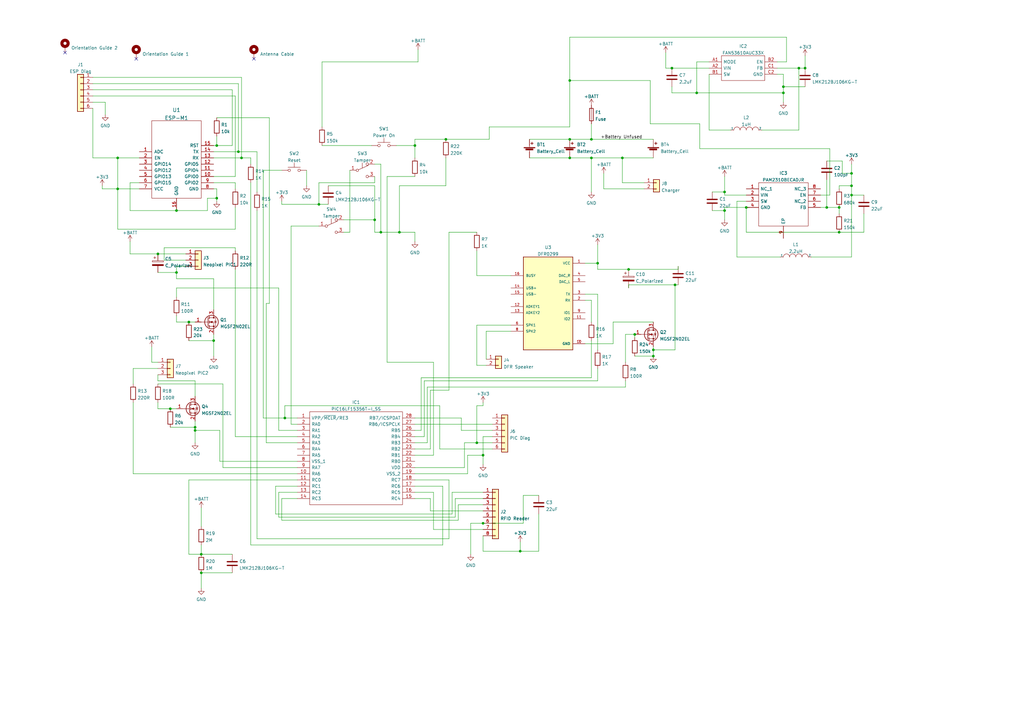
<source format=kicad_sch>
(kicad_sch (version 20211123) (generator eeschema)
  (paper "A3")
  (junction (at 349.25 76.2))
  (junction (at 255.27 64.77))
  (junction (at 321.31 38.1))
  (junction (at 198.12 186.69))
  (junction (at 97.79 62.23))
  (junction (at 99.06 64.77))
  (junction (at 153.67 90.17))
  (junction (at 163.83 95.25))
  (junction (at 321.31 35.56))
  (junction (at 330.2 27.94))
  (junction (at 213.36 226.06))
  (junction (at 88.9 81.28))
  (junction (at 82.55 227.33))
  (junction (at 170.18 59.69))
  (junction (at 344.17 85.09))
  (junction (at 80.01 175.26))
  (junction (at 242.57 64.77))
  (junction (at 77.47 132.08))
  (junction (at 72.39 86.36))
  (junction (at 233.68 33.02))
  (junction (at 349.25 71.12))
  (junction (at 285.75 38.1))
  (junction (at 306.07 85.09))
  (junction (at 80.01 176.53))
  (junction (at 297.18 78.74))
  (junction (at 116.84 171.45))
  (junction (at 349.25 80.01))
  (junction (at 257.81 110.49))
  (junction (at 344.17 95.25))
  (junction (at 327.66 27.94))
  (junction (at 260.35 137.16))
  (junction (at 242.57 57.15))
  (junction (at 267.97 143.51))
  (junction (at 276.86 116.84))
  (junction (at 88.9 59.69))
  (junction (at 48.26 77.47))
  (junction (at 156.21 95.25))
  (junction (at 182.88 57.15))
  (junction (at 233.68 57.15))
  (junction (at 275.59 27.94))
  (junction (at 82.55 234.95))
  (junction (at 69.85 167.64))
  (junction (at 339.09 85.09))
  (junction (at 245.11 107.95))
  (junction (at 297.18 86.36))
  (junction (at 72.39 111.76))
  (junction (at 195.58 181.61))
  (junction (at 64.77 104.14))
  (junction (at 48.26 64.77))
  (junction (at 87.63 139.7))
  (junction (at 233.68 64.77))
  (junction (at 198.12 214.63))
  (junction (at 130.81 83.82))
  (junction (at 267.97 146.05))
  (no_connect (at 26.67 21.59))
  (no_connect (at 55.88 24.13))
  (no_connect (at 104.14 24.13))
  (wire (pts (xy 349.25 105.41) (xy 349.25 80.01)))
  (wire (pts (xy 187.96 213.36) (xy 115.57 213.36)))
  (wire (pts (xy 336.55 85.09) (xy 339.09 85.09)))
  (wire (pts (xy 312.42 53.34) (xy 327.66 53.34)))
  (wire (pts (xy 67.31 106.68) (xy 76.2 106.68)))
  (wire (pts (xy 195.58 166.37) (xy 198.12 166.37)))
  (wire (pts (xy 242.57 50.8) (xy 242.57 57.15)))
  (wire (pts (xy 38.1 41.91) (xy 43.18 41.91)))
  (wire (pts (xy 85.09 81.28) (xy 85.09 86.36)))
  (wire (pts (xy 153.67 90.17) (xy 153.67 95.25)))
  (wire (pts (xy 321.31 30.48) (xy 321.31 35.56)))
  (wire (pts (xy 199.39 149.86) (xy 195.58 149.86)))
  (wire (pts (xy 257.81 116.84) (xy 257.81 118.11)))
  (wire (pts (xy 186.69 204.47) (xy 186.69 212.09)))
  (wire (pts (xy 327.66 27.94) (xy 330.2 27.94)))
  (wire (pts (xy 290.83 53.34) (xy 299.72 53.34)))
  (wire (pts (xy 306.07 85.09) (xy 297.18 85.09)))
  (wire (pts (xy 242.57 64.77) (xy 255.27 64.77)))
  (wire (pts (xy 77.47 139.7) (xy 87.63 139.7)))
  (wire (pts (xy 72.39 111.76) (xy 72.39 109.22)))
  (wire (pts (xy 195.58 95.25) (xy 184.15 95.25)))
  (wire (pts (xy 173.99 156.21) (xy 173.99 179.07)))
  (wire (pts (xy 170.18 181.61) (xy 175.26 181.61)))
  (wire (pts (xy 110.49 48.26) (xy 110.49 124.46)))
  (wire (pts (xy 307.34 85.09) (xy 306.07 85.09)))
  (wire (pts (xy 96.52 179.07) (xy 121.92 179.07)))
  (wire (pts (xy 260.35 146.05) (xy 267.97 146.05)))
  (wire (pts (xy 102.87 64.77) (xy 99.06 64.77)))
  (wire (pts (xy 119.38 173.99) (xy 121.92 173.99)))
  (wire (pts (xy 302.26 82.55) (xy 302.26 105.41)))
  (wire (pts (xy 64.77 157.48) (xy 91.44 157.48)))
  (wire (pts (xy 107.95 69.85) (xy 115.57 69.85)))
  (wire (pts (xy 85.09 86.36) (xy 72.39 86.36)))
  (wire (pts (xy 72.39 109.22) (xy 76.2 109.22)))
  (wire (pts (xy 143.51 69.85) (xy 143.51 95.25)))
  (wire (pts (xy 242.57 123.19) (xy 242.57 132.08)))
  (wire (pts (xy 257.81 116.84) (xy 276.86 116.84)))
  (wire (pts (xy 185.42 210.82) (xy 113.03 210.82)))
  (wire (pts (xy 344.17 95.25) (xy 306.07 95.25)))
  (wire (pts (xy 187.96 207.01) (xy 187.96 213.36)))
  (wire (pts (xy 114.3 118.11) (xy 114.3 176.53)))
  (wire (pts (xy 53.34 104.14) (xy 53.34 99.06)))
  (wire (pts (xy 233.68 64.77) (xy 242.57 64.77)))
  (wire (pts (xy 91.44 157.48) (xy 91.44 191.77)))
  (wire (pts (xy 354.33 95.25) (xy 344.17 95.25)))
  (wire (pts (xy 87.63 127) (xy 87.63 114.3)))
  (wire (pts (xy 38.1 64.77) (xy 48.26 64.77)))
  (wire (pts (xy 62.23 148.59) (xy 62.23 142.24)))
  (wire (pts (xy 87.63 74.93) (xy 96.52 74.93)))
  (wire (pts (xy 80.01 172.72) (xy 80.01 175.26)))
  (wire (pts (xy 163.83 76.2) (xy 163.83 95.25)))
  (wire (pts (xy 97.79 34.29) (xy 97.79 62.23)))
  (wire (pts (xy 153.67 67.31) (xy 156.21 67.31)))
  (wire (pts (xy 240.03 120.65) (xy 245.11 120.65)))
  (wire (pts (xy 82.55 208.28) (xy 82.55 215.9)))
  (wire (pts (xy 339.09 66.04) (xy 345.44 66.04)))
  (wire (pts (xy 233.68 52.07) (xy 233.68 33.02)))
  (wire (pts (xy 54.61 194.31) (xy 121.92 194.31)))
  (wire (pts (xy 88.9 81.28) (xy 85.09 81.28)))
  (wire (pts (xy 344.17 77.47) (xy 344.17 76.2)))
  (wire (pts (xy 195.58 133.35) (xy 209.55 133.35)))
  (wire (pts (xy 190.5 181.61) (xy 190.5 191.77)))
  (wire (pts (xy 115.57 204.47) (xy 121.92 204.47)))
  (wire (pts (xy 170.18 171.45) (xy 189.23 171.45)))
  (wire (pts (xy 170.18 59.69) (xy 170.18 64.77)))
  (wire (pts (xy 64.77 148.59) (xy 62.23 148.59)))
  (wire (pts (xy 64.77 167.64) (xy 69.85 167.64)))
  (wire (pts (xy 80.01 156.21) (xy 64.77 156.21)))
  (wire (pts (xy 48.26 77.47) (xy 41.91 77.47)))
  (wire (pts (xy 72.39 129.54) (xy 72.39 132.08)))
  (wire (pts (xy 176.53 209.55) (xy 198.12 209.55)))
  (wire (pts (xy 256.54 158.75) (xy 175.26 158.75)))
  (wire (pts (xy 322.58 25.4) (xy 318.77 25.4)))
  (wire (pts (xy 292.1 86.36) (xy 297.18 86.36)))
  (wire (pts (xy 340.36 60.96) (xy 340.36 80.01)))
  (wire (pts (xy 102.87 223.52) (xy 181.61 223.52)))
  (wire (pts (xy 172.72 154.94) (xy 172.72 176.53)))
  (wire (pts (xy 181.61 223.52) (xy 181.61 199.39)))
  (wire (pts (xy 245.11 110.49) (xy 245.11 107.95)))
  (wire (pts (xy 170.18 173.99) (xy 201.93 173.99)))
  (wire (pts (xy 38.1 34.29) (xy 97.79 34.29)))
  (wire (pts (xy 107.95 69.85) (xy 107.95 171.45)))
  (wire (pts (xy 255.27 74.93) (xy 255.27 64.77)))
  (wire (pts (xy 339.09 85.09) (xy 344.17 85.09)))
  (wire (pts (xy 48.26 93.98) (xy 48.26 77.47)))
  (wire (pts (xy 119.38 92.71) (xy 130.81 92.71)))
  (wire (pts (xy 306.07 95.25) (xy 306.07 85.09)))
  (wire (pts (xy 302.26 105.41) (xy 320.04 105.41)))
  (wire (pts (xy 184.15 196.85) (xy 170.18 196.85)))
  (wire (pts (xy 69.85 175.26) (xy 80.01 175.26)))
  (wire (pts (xy 340.36 80.01) (xy 336.55 80.01)))
  (wire (pts (xy 198.12 207.01) (xy 187.96 207.01)))
  (wire (pts (xy 256.54 156.21) (xy 256.54 158.75)))
  (wire (pts (xy 96.52 74.93) (xy 96.52 77.47)))
  (wire (pts (xy 88.9 81.28) (xy 88.9 82.55)))
  (wire (pts (xy 48.26 64.77) (xy 48.26 77.47)))
  (wire (pts (xy 77.47 196.85) (xy 121.92 196.85)))
  (wire (pts (xy 198.12 166.37) (xy 198.12 165.1)))
  (wire (pts (xy 163.83 95.25) (xy 170.18 95.25)))
  (wire (pts (xy 245.11 156.21) (xy 173.99 156.21)))
  (wire (pts (xy 275.59 27.94) (xy 273.05 27.94)))
  (wire (pts (xy 132.08 25.4) (xy 132.08 52.07)))
  (wire (pts (xy 48.26 77.47) (xy 57.15 77.47)))
  (wire (pts (xy 190.5 191.77) (xy 170.18 191.77)))
  (wire (pts (xy 191.77 194.31) (xy 170.18 194.31)))
  (wire (pts (xy 114.3 201.93) (xy 121.92 201.93)))
  (wire (pts (xy 105.41 62.23) (xy 97.79 62.23)))
  (wire (pts (xy 297.18 86.36) (xy 297.18 90.17)))
  (wire (pts (xy 170.18 179.07) (xy 173.99 179.07)))
  (wire (pts (xy 102.87 64.77) (xy 102.87 67.31)))
  (wire (pts (xy 115.57 83.82) (xy 130.81 83.82)))
  (wire (pts (xy 115.57 213.36) (xy 115.57 204.47)))
  (wire (pts (xy 233.68 33.02) (xy 233.68 15.24)))
  (wire (pts (xy 96.52 72.39) (xy 87.63 72.39)))
  (wire (pts (xy 251.46 132.08) (xy 267.97 132.08)))
  (wire (pts (xy 170.18 72.39) (xy 158.75 72.39)))
  (wire (pts (xy 48.26 64.77) (xy 57.15 64.77)))
  (wire (pts (xy 201.93 181.61) (xy 195.58 181.61)))
  (wire (pts (xy 105.41 220.98) (xy 184.15 220.98)))
  (wire (pts (xy 257.81 110.49) (xy 278.13 110.49)))
  (wire (pts (xy 344.17 85.09) (xy 344.17 87.63)))
  (wire (pts (xy 134.62 76.2) (xy 153.67 76.2)))
  (wire (pts (xy 349.25 80.01) (xy 354.33 80.01)))
  (wire (pts (xy 170.18 199.39) (xy 181.61 199.39)))
  (wire (pts (xy 349.25 76.2) (xy 349.25 71.12)))
  (wire (pts (xy 195.58 113.03) (xy 195.58 102.87)))
  (wire (pts (xy 345.44 71.12) (xy 349.25 71.12)))
  (wire (pts (xy 201.93 184.15) (xy 180.34 184.15)))
  (wire (pts (xy 198.12 217.17) (xy 177.8 217.17)))
  (wire (pts (xy 64.77 104.14) (xy 76.2 104.14)))
  (wire (pts (xy 345.44 66.04) (xy 345.44 71.12)))
  (wire (pts (xy 88.9 77.47) (xy 88.9 81.28)))
  (wire (pts (xy 297.18 78.74) (xy 297.18 72.39)))
  (wire (pts (xy 38.1 39.37) (xy 96.52 39.37)))
  (wire (pts (xy 87.63 137.16) (xy 87.63 139.7)))
  (wire (pts (xy 38.1 31.75) (xy 99.06 31.75)))
  (wire (pts (xy 290.83 25.4) (xy 285.75 25.4)))
  (wire (pts (xy 95.25 59.69) (xy 88.9 59.69)))
  (wire (pts (xy 82.55 227.33) (xy 95.25 227.33)))
  (wire (pts (xy 113.03 210.82) (xy 113.03 199.39)))
  (wire (pts (xy 87.63 114.3) (xy 72.39 114.3)))
  (wire (pts (xy 332.74 105.41) (xy 349.25 105.41)))
  (wire (pts (xy 130.81 74.93) (xy 130.81 83.82)))
  (wire (pts (xy 195.58 149.86) (xy 195.58 133.35)))
  (wire (pts (xy 72.39 118.11) (xy 114.3 118.11)))
  (wire (pts (xy 220.98 203.2) (xy 214.63 203.2)))
  (wire (pts (xy 53.34 104.14) (xy 64.77 104.14)))
  (wire (pts (xy 115.57 82.55) (xy 115.57 83.82)))
  (wire (pts (xy 198.12 186.69) (xy 198.12 190.5)))
  (wire (pts (xy 105.41 86.36) (xy 105.41 220.98)))
  (wire (pts (xy 87.63 139.7) (xy 87.63 146.05)))
  (wire (pts (xy 110.49 48.26) (xy 88.9 48.26)))
  (wire (pts (xy 177.8 217.17) (xy 177.8 201.93)))
  (wire (pts (xy 156.21 95.25) (xy 163.83 95.25)))
  (wire (pts (xy 116.84 166.37) (xy 116.84 171.45)))
  (wire (pts (xy 64.77 165.1) (xy 64.77 167.64)))
  (wire (pts (xy 242.57 64.77) (xy 242.57 78.74)))
  (wire (pts (xy 267.97 142.24) (xy 267.97 143.51)))
  (wire (pts (xy 99.06 31.75) (xy 99.06 64.77)))
  (wire (pts (xy 69.85 167.64) (xy 72.39 167.64)))
  (wire (pts (xy 349.25 71.12) (xy 349.25 67.31)))
  (wire (pts (xy 177.8 186.69) (xy 170.18 186.69)))
  (wire (pts (xy 87.63 77.47) (xy 88.9 77.47)))
  (wire (pts (xy 67.31 101.6) (xy 67.31 106.68)))
  (wire (pts (xy 176.53 204.47) (xy 170.18 204.47)))
  (wire (pts (xy 322.58 15.24) (xy 322.58 25.4)))
  (wire (pts (xy 96.52 39.37) (xy 96.52 72.39)))
  (wire (pts (xy 121.92 189.23) (xy 90.17 189.23)))
  (wire (pts (xy 198.12 204.47) (xy 186.69 204.47)))
  (wire (pts (xy 339.09 73.66) (xy 339.09 85.09)))
  (wire (pts (xy 285.75 25.4) (xy 285.75 38.1)))
  (wire (pts (xy 297.18 85.09) (xy 297.18 86.36)))
  (wire (pts (xy 199.39 147.32) (xy 199.39 135.89)))
  (wire (pts (xy 195.58 181.61) (xy 190.5 181.61)))
  (wire (pts (xy 132.08 25.4) (xy 171.45 25.4)))
  (wire (pts (xy 189.23 176.53) (xy 201.93 176.53)))
  (wire (pts (xy 172.72 176.53) (xy 170.18 176.53)))
  (wire (pts (xy 287.02 50.8) (xy 287.02 60.96)))
  (wire (pts (xy 321.31 38.1) (xy 321.31 41.91)))
  (wire (pts (xy 290.83 27.94) (xy 275.59 27.94)))
  (wire (pts (xy 119.38 92.71) (xy 119.38 173.99)))
  (wire (pts (xy 214.63 203.2) (xy 214.63 214.63)))
  (wire (pts (xy 80.01 175.26) (xy 80.01 176.53)))
  (wire (pts (xy 297.18 80.01) (xy 297.18 78.74)))
  (wire (pts (xy 153.67 72.39) (xy 153.67 74.93)))
  (wire (pts (xy 38.1 44.45) (xy 38.1 64.77)))
  (wire (pts (xy 132.08 59.69) (xy 152.4 59.69)))
  (wire (pts (xy 193.04 214.63) (xy 193.04 227.33)))
  (wire (pts (xy 82.55 234.95) (xy 95.25 234.95)))
  (wire (pts (xy 90.17 189.23) (xy 90.17 176.53)))
  (wire (pts (xy 199.39 135.89) (xy 209.55 135.89)))
  (wire (pts (xy 109.22 181.61) (xy 121.92 181.61)))
  (wire (pts (xy 321.31 35.56) (xy 321.31 38.1)))
  (wire (pts (xy 201.93 179.07) (xy 198.12 179.07)))
  (wire (pts (xy 158.75 148.59) (xy 177.8 148.59)))
  (wire (pts (xy 82.55 223.52) (xy 82.55 227.33)))
  (wire (pts (xy 220.98 210.82) (xy 220.98 226.06)))
  (wire (pts (xy 245.11 151.13) (xy 245.11 156.21)))
  (wire (pts (xy 242.57 139.7) (xy 242.57 154.94)))
  (wire (pts (xy 242.57 57.15) (xy 267.97 57.15)))
  (wire (pts (xy 264.16 77.47) (xy 247.65 77.47)))
  (wire (pts (xy 114.3 212.09) (xy 114.3 201.93)))
  (wire (pts (xy 195.58 181.61) (xy 195.58 166.37)))
  (wire (pts (xy 82.55 234.95) (xy 82.55 241.3)))
  (wire (pts (xy 185.42 201.93) (xy 185.42 210.82)))
  (wire (pts (xy 170.18 95.25) (xy 170.18 99.06)))
  (wire (pts (xy 245.11 120.65) (xy 245.11 143.51)))
  (wire (pts (xy 54.61 151.13) (xy 64.77 151.13)))
  (wire (pts (xy 140.97 90.17) (xy 153.67 90.17)))
  (wire (pts (xy 292.1 78.74) (xy 297.18 78.74)))
  (wire (pts (xy 276.86 116.84) (xy 276.86 143.51)))
  (wire (pts (xy 64.77 156.21) (xy 64.77 153.67)))
  (wire (pts (xy 257.81 110.49) (xy 245.11 110.49)))
  (wire (pts (xy 176.53 209.55) (xy 176.53 204.47)))
  (wire (pts (xy 96.52 101.6) (xy 96.52 102.87)))
  (wire (pts (xy 191.77 186.69) (xy 191.77 194.31)))
  (wire (pts (xy 198.12 226.06) (xy 213.36 226.06)))
  (wire (pts (xy 276.86 116.84) (xy 278.13 116.84)))
  (wire (pts (xy 80.01 162.56) (xy 80.01 156.21)))
  (wire (pts (xy 182.88 76.2) (xy 163.83 76.2)))
  (wire (pts (xy 278.13 110.49) (xy 278.13 109.22)))
  (wire (pts (xy 275.59 35.56) (xy 275.59 38.1)))
  (wire (pts (xy 189.23 171.45) (xy 189.23 176.53)))
  (wire (pts (xy 96.52 101.6) (xy 67.31 101.6)))
  (wire (pts (xy 170.18 201.93) (xy 177.8 201.93)))
  (wire (pts (xy 200.66 52.07) (xy 233.68 52.07)))
  (wire (pts (xy 184.15 160.02) (xy 176.53 160.02)))
  (wire (pts (xy 182.88 64.77) (xy 182.88 76.2)))
  (wire (pts (xy 96.52 93.98) (xy 48.26 93.98)))
  (wire (pts (xy 153.67 95.25) (xy 156.21 95.25)))
  (wire (pts (xy 327.66 53.34) (xy 327.66 27.94)))
  (wire (pts (xy 180.34 184.15) (xy 180.34 166.37)))
  (wire (pts (xy 72.39 132.08) (xy 77.47 132.08)))
  (wire (pts (xy 153.67 76.2) (xy 153.67 90.17)))
  (wire (pts (xy 247.65 71.12) (xy 247.65 77.47)))
  (wire (pts (xy 158.75 72.39) (xy 158.75 148.59)))
  (wire (pts (xy 171.45 20.32) (xy 171.45 25.4)))
  (wire (pts (xy 170.18 57.15) (xy 182.88 57.15)))
  (wire (pts (xy 256.54 148.59) (xy 256.54 137.16)))
  (wire (pts (xy 198.12 214.63) (xy 214.63 214.63)))
  (wire (pts (xy 114.3 176.53) (xy 121.92 176.53)))
  (wire (pts (xy 95.25 36.83) (xy 95.25 59.69)))
  (wire (pts (xy 180.34 166.37) (xy 116.84 166.37)))
  (wire (pts (xy 162.56 59.69) (xy 170.18 59.69)))
  (wire (pts (xy 264.16 74.93) (xy 255.27 74.93)))
  (wire (pts (xy 273.05 27.94) (xy 273.05 21.59)))
  (wire (pts (xy 96.52 85.09) (xy 96.52 93.98)))
  (wire (pts (xy 72.39 121.92) (xy 72.39 118.11)))
  (wire (pts (xy 321.31 35.56) (xy 330.2 35.56)))
  (wire (pts (xy 176.53 184.15) (xy 170.18 184.15)))
  (wire (pts (xy 99.06 64.77) (xy 87.63 64.77)))
  (wire (pts (xy 240.03 123.19) (xy 242.57 123.19)))
  (wire (pts (xy 344.17 76.2) (xy 349.25 76.2)))
  (wire (pts (xy 198.12 201.93) (xy 185.42 201.93)))
  (wire (pts (xy 198.12 186.69) (xy 191.77 186.69)))
  (wire (pts (xy 349.25 80.01) (xy 349.25 76.2)))
  (wire (pts (xy 198.12 179.07) (xy 198.12 186.69)))
  (wire (pts (xy 41.91 77.47) (xy 41.91 76.2)))
  (wire (pts (xy 54.61 157.48) (xy 54.61 151.13)))
  (wire (pts (xy 233.68 33.02) (xy 266.7 33.02)))
  (wire (pts (xy 43.18 41.91) (xy 43.18 46.99)))
  (wire (pts (xy 80.01 176.53) (xy 80.01 181.61)))
  (wire (pts (xy 153.67 74.93) (xy 130.81 74.93)))
  (wire (pts (xy 53.34 74.93) (xy 53.34 86.36)))
  (wire (pts (xy 242.57 154.94) (xy 172.72 154.94)))
  (wire (pts (xy 287.02 60.96) (xy 340.36 60.96)))
  (wire (pts (xy 102.87 74.93) (xy 102.87 223.52)))
  (wire (pts (xy 88.9 55.88) (xy 88.9 59.69)))
  (wire (pts (xy 186.69 212.09) (xy 114.3 212.09)))
  (wire (pts (xy 91.44 191.77) (xy 121.92 191.77)))
  (wire (pts (xy 156.21 67.31) (xy 156.21 95.25)))
  (wire (pts (xy 267.97 143.51) (xy 267.97 146.05)))
  (wire (pts (xy 90.17 176.53) (xy 80.01 176.53)))
  (wire (pts (xy 251.46 140.97) (xy 251.46 132.08)))
  (wire (pts (xy 57.15 74.93) (xy 53.34 74.93)))
  (wire (pts (xy 72.39 114.3) (xy 72.39 111.76)))
  (wire (pts (xy 116.84 171.45) (xy 121.92 171.45)))
  (wire (pts (xy 220.98 226.06) (xy 213.36 226.06)))
  (wire (pts (xy 276.86 143.51) (xy 267.97 143.51)))
  (wire (pts (xy 233.68 57.15) (xy 242.57 57.15)))
  (wire (pts (xy 275.59 38.1) (xy 285.75 38.1)))
  (wire (pts (xy 198.12 219.71) (xy 198.12 226.06)))
  (wire (pts (xy 77.47 132.08) (xy 80.01 132.08)))
  (wire (pts (xy 266.7 33.02) (xy 266.7 50.8)))
  (wire (pts (xy 217.17 64.77) (xy 233.68 64.77)))
  (wire (pts (xy 184.15 95.25) (xy 184.15 160.02)))
  (wire (pts (xy 88.9 59.69) (xy 87.63 59.69)))
  (wire (pts (xy 195.58 113.03) (xy 209.55 113.03)))
  (wire (pts (xy 233.68 15.24) (xy 322.58 15.24)))
  (wire (pts (xy 182.88 57.15) (xy 200.66 57.15)))
  (wire (pts (xy 130.81 83.82) (xy 134.62 83.82)))
  (wire (pts (xy 184.15 220.98) (xy 184.15 196.85)))
  (wire (pts (xy 306.07 82.55) (xy 302.26 82.55)))
  (wire (pts (xy 318.77 27.94) (xy 327.66 27.94)))
  (wire (pts (xy 290.83 30.48) (xy 290.83 53.34)))
  (wire (pts (xy 306.07 80.01) (xy 297.18 80.01)))
  (wire (pts (xy 82.55 227.33) (xy 77.47 227.33)))
  (wire (pts (xy 198.12 214.63) (xy 193.04 214.63)))
  (wire (pts (xy 330.2 27.94) (xy 330.2 22.86)))
  (wire (pts (xy 285.75 38.1) (xy 321.31 38.1)))
  (wire (pts (xy 176.53 160.02) (xy 176.53 184.15)))
  (wire (pts (xy 143.51 95.25) (xy 140.97 95.25)))
  (wire (pts (xy 38.1 36.83) (xy 95.25 36.83)))
  (wire (pts (xy 105.41 62.23) (xy 105.41 78.74)))
  (wire (pts (xy 213.36 222.25) (xy 213.36 226.06)))
  (wire (pts (xy 245.11 107.95) (xy 240.03 107.95)))
  (wire (pts (xy 107.95 171.45) (xy 116.84 171.45)))
  (wire (pts (xy 177.8 148.59) (xy 177.8 186.69)))
  (wire (pts (xy 354.33 87.63) (xy 354.33 95.25)))
  (wire (pts (xy 113.03 199.39) (xy 121.92 199.39)))
  (wire (pts (xy 109.22 124.46) (xy 109.22 181.61)))
  (wire (pts (xy 245.11 100.33) (xy 245.11 107.95)))
  (wire (pts (xy 96.52 110.49) (xy 96.52 179.07)))
  (wire (pts (xy 200.66 57.15) (xy 200.66 52.07)))
  (wire (pts (xy 53.34 86.36) (xy 72.39 86.36)))
  (wire (pts (xy 64.77 111.76) (xy 72.39 111.76)))
  (wire (pts (xy 125.73 69.85) (xy 125.73 76.2)))
  (wire (pts (xy 175.26 158.75) (xy 175.26 181.61)))
  (wire (pts (xy 266.7 50.8) (xy 287.02 50.8)))
  (wire (pts (xy 170.18 57.15) (xy 170.18 59.69)))
  (wire (pts (xy 255.27 64.77) (xy 267.97 64.77)))
  (wire (pts (xy 251.46 140.97) (xy 240.03 140.97)))
  (wire (pts (xy 260.35 138.43) (xy 260.35 137.16)))
  (wire (pts (xy 97.79 62.23) (xy 87.63 62.23)))
  (wire (pts (xy 110.49 124.46) (xy 109.22 124.46)))
  (wire (pts (xy 77.47 227.33) (xy 77.47 196.85)))
  (wire (pts (xy 256.54 137.16) (xy 260.35 137.16)))
  (wire (pts (xy 54.61 165.1) (xy 54.61 194.31)))
  (wire (pts (xy 318.77 30.48) (xy 321.31 30.48)))
  (wire (pts (xy 217.17 57.15) (xy 233.68 57.15)))
  (label "+Battery Unfused" (at 246.38 57.15 0))
  (symbol (lib_id "Mechanical:MountingHole_Pad") (at 55.88 21.59 0) (unit 1)
    (property "Reference" "H2" (effects hide))
    (property "Value" "Orientation Guide 1" (at 58.42 22.1866 0) (effects (justify left)))
    (property "Footprint" "MountingHole:MountingHole_3.2mm_M3_DIN965" (effects hide))
  )
  (symbol (lib_id "Device:R") (at 88.9 52.07 0) (unit 1)
    (property "Reference" "R1" (at 90.678 51.1615 0) (effects (justify left)))
    (property "Value" "10k" (at 90.678 53.9366 0) (effects (justify left)))
    (property "Footprint" "Resistor_SMD:R_0603_1608Metric" (effects hide))
  )
  (symbol (lib_id "SamacSys_Parts:FAN53610AUC33X") (at 290.83 25.4 0) (unit 1)
    (property "Reference" "IC2" (at 304.8 18.9443 0))
    (property "Value" "FAN53610AUC33X" (at 304.8 21.7194 0))
    (property "Footprint" "BGA6C40P2X3_86X116X62" (effects hide))
    (property "Datasheet" "https://www.onsemi.com/pub/Collateral/FAN53610-D.pdf" (effects hide))
    (property "Description" "Switching Voltage Regulators 3MHz, 1A Sync Buck Regulator" (effects hide))
    (property "Height" "0.625" (effects hide))
    (property "Mouser Part Number" "512-FAN53610AUC33X" (effects hide))
    (property "Mouser Price/Stock" "https://www.mouser.co.uk/ProductDetail/ON-Semiconductor-Fairchild/FAN53610AUC33X?qs=g6T3zOPhKMDb0u%252B%252BoMr5xw%3D%3D" (effects hide))
    (property "Manufacturer_Name" "ON Semiconductor" (effects hide))
    (property "Manufacturer_Part_Number" "FAN53610AUC33X" (effects hide))
  )
  (symbol (lib_id "MJT general stuff:MGSF2N02EL") (at 265.43 137.16 0) (unit 1)
    (property "Reference" "Q2" (at 270.637 136.2515 0) (effects (justify left)))
    (property "Value" "MGSF2N02EL" (at 270.637 139.0266 0) (effects (justify left)))
    (property "Footprint" "Package_TO_SOT_SMD:SOT-23" (effects hide))
    (property "Datasheet" "https://www.mouser.co.uk/datasheet/2/308/1/MGSF2N02EL_D-2315656.pdf" (effects hide))
  )
  (symbol (lib_id "Mechanical:MountingHole_Pad") (at 104.14 21.59 0) (unit 1)
    (property "Reference" "H3" (effects hide))
    (property "Value" "Antenna Cable" (at 106.68 22.1866 0) (effects (justify left)))
    (property "Footprint" "MountingHole:MountingHole_3.7mm" (effects hide))
  )
  (symbol (lib_id "power:+BATT") (at 82.55 208.28 0) (unit 1)
    (property "Reference" "#PWR0123" (effects hide))
    (property "Value" "+BATT" (at 82.55 204.6755 0))
  )
  (symbol (lib_id "Connector_Generic:Conn_01x02") (at 269.24 74.93 0) (unit 1)
    (property "Reference" "J8" (at 271.272 75.2915 0) (effects (justify left)))
    (property "Value" "Charger" (at 271.272 78.0666 0) (effects (justify left)))
    (property "Footprint" "Connector_JST:JST_PH_B2B-PH-K_1x02_P2.00mm_Vertical" (effects hide))
  )
  (symbol (lib_id "Device:Battery_Cell") (at 233.68 62.23 0) (unit 1)
    (property "Reference" "BT2" (at 236.601 59.2895 0) (effects (justify left)))
    (property "Value" "Battery_Cell" (at 236.601 62.0646 0) (effects (justify left)))
    (property "Footprint" "MJT-General:BatteryHolder_1x18650_TH" (effects hide))
  )
  (symbol (lib_id "power:GND") (at 82.55 241.3 0) (unit 1)
    (property "Reference" "#PWR0124" (effects hide))
    (property "Value" "GND" (at 82.55 245.8625 0))
  )
  (symbol (lib_id "Device:Battery_Cell") (at 217.17 62.23 0) (unit 1)
    (property "Reference" "BT1" (at 220.091 59.2895 0) (effects (justify left)))
    (property "Value" "Battery_Cell" (at 220.091 62.0646 0) (effects (justify left)))
    (property "Footprint" "MJT-General:BatteryHolder_1x18650_TH" (effects hide))
  )
  (symbol (lib_id "Device:C") (at 278.13 113.03 0) (unit 1)
    (property "Reference" "C11" (at 281.051 112.1215 0) (effects (justify left)))
    (property "Value" "22uF" (at 281.051 114.8966 0) (effects (justify left)))
    (property "Footprint" "Capacitor_SMD:C_0805_2012Metric" (effects hide))
  )
  (symbol (lib_id "Connector_Generic:Conn_01x08") (at 203.2 209.55 0) (unit 1)
    (property "Reference" "J2" (at 205.232 209.9115 0) (effects (justify left)))
    (property "Value" "RFID Reader" (at 205.232 212.6866 0) (effects (justify left)))
    (property "Footprint" "Connector_PinHeader_2.54mm:PinHeader_1x08_P2.54mm_Vertical" (effects hide))
  )
  (symbol (lib_id "power:+3.3V") (at 41.91 76.2 0) (unit 1)
    (property "Reference" "#PWR0104" (effects hide))
    (property "Value" "+3.3V" (at 41.91 72.5955 0))
  )
  (symbol (lib_id "power:+3.3V") (at 330.2 22.86 0) (unit 1)
    (property "Reference" "#PWR0129" (effects hide))
    (property "Value" "+3.3V" (at 330.2 19.2555 0))
  )
  (symbol (lib_id "Device:R") (at 69.85 171.45 0) (unit 1)
    (property "Reference" "R6" (at 71.628 170.5415 0) (effects (justify left)))
    (property "Value" "20k" (at 71.628 173.3166 0) (effects (justify left)))
    (property "Footprint" "Resistor_SMD:R_0603_1608Metric" (effects hide))
  )
  (symbol (lib_id "Device:R") (at 182.88 60.96 0) (unit 1)
    (property "Reference" "R22" (at 184.658 60.0515 0) (effects (justify left)))
    (property "Value" "220K" (at 184.658 62.8266 0) (effects (justify left)))
    (property "Footprint" "Resistor_SMD:R_0603_1608Metric" (effects hide))
  )
  (symbol (lib_id "Switch:SW_Push_SPDT") (at 148.59 69.85 0) (unit 1)
    (property "Reference" "SW3" (at 148.59 62.9625 0))
    (property "Value" "Tamper" (at 148.59 65.7376 0))
    (property "Footprint" "MJT-General:Microswitch TH" (effects hide))
  )
  (symbol (lib_id "pspice:INDUCTOR") (at 326.39 105.41 0) (unit 1)
    (property "Reference" "L1" (at 326.39 100.3005 0))
    (property "Value" "2.2uH" (at 326.39 103.0756 0))
    (property "Footprint" "SamacSys_Parts:INDPM7466X300N" (effects hide))
    (property "Datasheet" "https://www.mouser.co.uk/datasheet/2/396/wound10_e-1396630.pdf" (effects hide))
  )
  (symbol (lib_id "Device:R") (at 72.39 125.73 0) (unit 1)
    (property "Reference" "R11" (at 74.168 124.8215 0) (effects (justify left)))
    (property "Value" "100R" (at 74.168 127.5966 0) (effects (justify left)))
    (property "Footprint" "Resistor_SMD:R_0603_1608Metric" (effects hide))
  )
  (symbol (lib_id "Mechanical:MountingHole_Pad") (at 26.67 19.05 0) (unit 1)
    (property "Reference" "H1" (effects hide))
    (property "Value" "Orientation Guide 2" (at 29.21 19.6466 0) (effects (justify left)))
    (property "Footprint" "MountingHole:MountingHole_3.2mm_M3_DIN965" (effects hide))
  )
  (symbol (lib_id "Connector_Generic:Conn_01x02") (at 204.47 147.32 0) (unit 1)
    (property "Reference" "J4" (at 206.502 147.6815 0) (effects (justify left)))
    (property "Value" "DFR Speaker" (at 206.502 150.4566 0) (effects (justify left)))
    (property "Footprint" "Connector_JST:JST_PH_B2B-PH-K_1x02_P2.00mm_Vertical" (effects hide))
  )
  (symbol (lib_id "Switch:SW_Push") (at 120.65 69.85 0) (unit 1)
    (property "Reference" "SW2" (at 120.65 62.9625 0))
    (property "Value" "Reset" (at 120.65 65.7376 0))
    (property "Footprint" "MJT-General:SW_DIP_SPSTx01_Piano_10.8x4.1mm_W7.62mm_P2.54mm" (effects hide))
  )
  (symbol (lib_id "power:GND") (at 88.9 82.55 0) (unit 1)
    (property "Reference" "#PWR0114" (effects hide))
    (property "Value" "GND" (at 88.9 87.1125 0))
  )
  (symbol (lib_id "MJT general stuff:MGSF2N02EL") (at 85.09 132.08 0) (unit 1)
    (property "Reference" "Q1" (at 90.297 131.1715 0) (effects (justify left)))
    (property "Value" "MGSF2N02EL" (at 90.297 133.9466 0) (effects (justify left)))
    (property "Footprint" "Package_TO_SOT_SMD:SOT-23" (effects hide))
    (property "Datasheet" "https://www.mouser.co.uk/datasheet/2/308/1/MGSF2N02EL_D-2315656.pdf" (effects hide))
  )
  (symbol (lib_id "Device:R") (at 102.87 71.12 0) (unit 1)
    (property "Reference" "R14" (at 104.648 70.2115 0) (effects (justify left)))
    (property "Value" "1K" (at 104.648 72.9866 0) (effects (justify left)))
    (property "Footprint" "Resistor_SMD:R_0603_1608Metric" (effects hide))
  )
  (symbol (lib_id "Device:C_Polarized") (at 257.81 114.3 0) (unit 1)
    (property "Reference" "C10" (at 260.731 112.5025 0) (effects (justify left)))
    (property "Value" "C_Polarized" (at 260.731 115.2776 0) (effects (justify left)))
    (property "Footprint" "Capacitor_THT:CP_Radial_D8.0mm_P3.80mm" (effects hide))
  )
  (symbol (lib_id "power:+3.3V") (at 213.36 222.25 0) (unit 1)
    (property "Reference" "#PWR0113" (effects hide))
    (property "Value" "+3.3V" (at 213.36 218.6455 0))
  )
  (symbol (lib_id "Switch:SW_Push") (at 157.48 59.69 0) (unit 1)
    (property "Reference" "SW1" (at 157.48 52.8025 0))
    (property "Value" "Power On" (at 157.48 55.5776 0))
    (property "Footprint" "MJT-General:SW_DIP_SPSTx01_Piano_10.8x4.1mm_W7.62mm_P2.54mm" (effects hide))
  )
  (symbol (lib_id "Device:R") (at 344.17 91.44 0) (unit 1)
    (property "Reference" "R21" (at 345.948 90.5315 0) (effects (justify left)))
    (property "Value" "150k" (at 345.948 93.3066 0) (effects (justify left)))
    (property "Footprint" "Resistor_SMD:R_0603_1608Metric" (effects hide))
  )
  (symbol (lib_id "power:+BATT") (at 53.34 99.06 0) (unit 1)
    (property "Reference" "#PWR0101" (effects hide))
    (property "Value" "+BATT" (at 53.34 95.4555 0))
  )
  (symbol (lib_id "power:GND") (at 170.18 99.06 0) (unit 1)
    (property "Reference" "#PWR0112" (effects hide))
    (property "Value" "GND" (at 170.18 103.6225 0))
  )
  (symbol (lib_id "ESP8285:ESP-M1") (at 72.39 69.85 0) (unit 1)
    (property "Reference" "U1" (at 72.39 45.1261 0) (effects (font (size 1.524 1.524))))
    (property "Value" "ESP-M1" (at 72.39 48.4051 0) (effects (font (size 1.524 1.524))))
    (property "Footprint" "ESP:ESP-M1" (effects hide))
  )
  (symbol (lib_id "Device:R") (at 132.08 55.88 0) (unit 1)
    (property "Reference" "R5" (at 133.858 54.9715 0) (effects (justify left)))
    (property "Value" "150k" (at 133.858 57.7466 0) (effects (justify left)))
    (property "Footprint" "Resistor_SMD:R_0603_1608Metric" (effects hide))
  )
  (symbol (lib_id "Connector_Generic:Conn_01x06") (at 33.02 36.83 0) (mirror y) (unit 1)
    (property "Reference" "J1" (at 33.02 26.5135 0))
    (property "Value" "ESP Diag" (at 33.02 29.2886 0))
    (property "Footprint" "Connector_PinHeader_2.54mm:PinHeader_1x06_P2.54mm_Vertical_SMD_Pin1Left" (effects hide))
  )
  (symbol (lib_id "Device:R") (at 195.58 99.06 0) (unit 1)
    (property "Reference" "R7" (at 197.358 98.1515 0) (effects (justify left)))
    (property "Value" "1K" (at 197.358 100.9266 0) (effects (justify left)))
    (property "Footprint" "Resistor_SMD:R_0603_1608Metric" (effects hide))
  )
  (symbol (lib_id "Device:Fuse") (at 242.57 46.99 0) (unit 1)
    (property "Reference" "F1" (at 244.094 46.0815 0) (effects (justify left)))
    (property "Value" "Fuse" (at 244.094 48.8566 0) (effects (justify left)))
    (property "Footprint" "Fuse:Fuse_0603_1608Metric" (effects hide))
  )
  (symbol (lib_id "Device:R") (at 77.47 135.89 0) (unit 1)
    (property "Reference" "R23" (at 79.248 135.0553 0) (effects (justify left)))
    (property "Value" "20k" (at 79.248 137.5922 0) (effects (justify left)))
    (property "Footprint" "Resistor_SMD:R_0603_1608Metric" (effects hide))
  )
  (symbol (lib_id "power:+BATT") (at 242.57 43.18 0) (unit 1)
    (property "Reference" "#PWR0107" (effects hide))
    (property "Value" "+BATT" (at 242.57 39.5755 0))
  )
  (symbol (lib_id "power:+3.3V") (at 198.12 165.1 0) (unit 1)
    (property "Reference" "#PWR0122" (effects hide))
    (property "Value" "+3.3V" (at 198.12 161.4955 0))
  )
  (symbol (lib_id "Device:C_Polarized") (at 64.77 107.95 0) (unit 1)
    (property "Reference" "C5" (at 67.691 106.1525 0) (effects (justify left)))
    (property "Value" "C_Polarized" (at 67.691 108.9276 0) (effects (justify left)))
    (property "Footprint" "Capacitor_THT:CP_Radial_D8.0mm_P3.80mm" (effects hide))
  )
  (symbol (lib_id "Connector_Generic:Conn_01x03") (at 69.85 151.13 0) (unit 1)
    (property "Reference" "J7" (at 71.882 150.2215 0) (effects (justify left)))
    (property "Value" "Neopixel PIC2" (at 71.882 152.9966 0) (effects (justify left)))
    (property "Footprint" "Connector_JST:JST_PH_B3B-PH-K_1x03_P2.00mm_Vertical" (effects hide))
  )
  (symbol (lib_id "Device:C") (at 220.98 207.01 0) (unit 1)
    (property "Reference" "C3" (at 223.901 206.1015 0) (effects (justify left)))
    (property "Value" "22uF" (at 223.901 208.8766 0) (effects (justify left)))
    (property "Footprint" "Capacitor_SMD:C_0805_2012Metric" (effects hide))
  )
  (symbol (lib_id "power:+BATT") (at 297.18 72.39 0) (unit 1)
    (property "Reference" "#PWR0102" (effects hide))
    (property "Value" "+BATT" (at 297.18 68.7855 0))
  )
  (symbol (lib_id "power:GND") (at 125.73 76.2 0) (unit 1)
    (property "Reference" "#PWR0121" (effects hide))
    (property "Value" "GND" (at 125.73 80.7625 0))
  )
  (symbol (lib_id "power:+3.3V") (at 245.11 100.33 0) (unit 1)
    (property "Reference" "#PWR0111" (effects hide))
    (property "Value" "+3.3V" (at 245.11 96.7255 0))
  )
  (symbol (lib_id "SamacSys_Parts:PAM2310BECADJR") (at 306.07 77.47 0) (unit 1)
    (property "Reference" "IC3" (at 321.31 71.0143 0))
    (property "Value" "PAM2310BECADJR" (at 321.31 73.7894 0))
    (property "Footprint" "SOIC127P600X163-9N" (effects hide))
    (property "Datasheet" "https://www.diodes.com/assets/Datasheets/PAM2310.pdf" (effects hide))
    (property "Description" "DiodesZetex PAM2310BECADJR, Step Down DC-DC Converter, 2A, Adjustable, 0.6  5.5 V, 8-Pin SOP" (effects hide))
    (property "Height" "1.63" (effects hide))
    (property "Mouser Part Number" "621-PAM2310BECADJR" (effects hide))
    (property "Mouser Price/Stock" "https://www.mouser.co.uk/ProductDetail/Diodes-Incorporated/PAM2310BECADJR?qs=%252BSlWJf1dfkLm06Il3E%2Fe5w%3D%3D" (effects hide))
    (property "Manufacturer_Name" "Diodes Inc." (effects hide))
    (property "Manufacturer_Part_Number" "PAM2310BECADJR" (effects hide))
  )
  (symbol (lib_id "Connector_Generic:Conn_01x03") (at 81.28 106.68 0) (unit 1)
    (property "Reference" "J3" (at 83.312 105.7715 0) (effects (justify left)))
    (property "Value" "Neopixel PIC1" (at 83.312 108.5466 0) (effects (justify left)))
    (property "Footprint" "Connector_JST:JST_PH_B3B-PH-K_1x03_P2.00mm_Vertical" (effects hide))
  )
  (symbol (lib_id "power:+BATT") (at 273.05 21.59 0) (unit 1)
    (property "Reference" "#PWR0127" (effects hide))
    (property "Value" "+BATT" (at 273.05 17.9855 0))
  )
  (symbol (lib_id "power:GND") (at 242.57 78.74 0) (unit 1)
    (property "Reference" "#PWR0109" (effects hide))
    (property "Value" "GND" (at 242.57 83.3025 0))
  )
  (symbol (lib_id "power:GND") (at 198.12 190.5 0) (unit 1)
    (property "Reference" "#PWR0119" (effects hide))
    (property "Value" "GND" (at 198.12 195.0625 0))
  )
  (symbol (lib_id "power:GND") (at 43.18 46.99 0) (unit 1)
    (property "Reference" "#PWR0105" (effects hide))
    (property "Value" "GND" (at 43.18 51.5525 0))
  )
  (symbol (lib_id "SamacSys_Parts:PIC16LF15356T-I_SS") (at 121.92 171.45 0) (unit 1)
    (property "Reference" "IC1" (at 146.05 164.9943 0))
    (property "Value" "PIC16LF15356T-I_SS" (at 146.05 167.7694 0))
    (property "Footprint" "Package_SO:SOIC-28W_7.5x17.9mm_P1.27mm" (effects hide))
    (property "Datasheet" "https://www.arrow.com/en/products/pic16lf15356t-iss/microchip-technology" (effects hide))
    (property "Description" "8-bit Microcontrollers - MCU 28KB, 2KB RAM, 4xPWMs, Comparator, DAC, ADC, CWG, 4xCLC, 2 EUSART, SPI/I2C" (effects hide))
    (property "Height" "2" (effects hide))
    (property "Mouser Part Number" "579-IC16LF15356TI/SS" (effects hide))
    (property "Mouser Price/Stock" "https://www.mouser.co.uk/ProductDetail/Microchip-Technology/PIC16LF15356T-I-SS?qs=IP4CA2YhK0D6UFfP27roPg%3D%3D" (effects hide))
    (property "Manufacturer_Name" "Microchip" (effects hide))
    (property "Manufacturer_Part_Number" "PIC16LF15356T-I/SS" (effects hide))
  )
  (symbol (lib_id "Switch:SW_Push_SPDT") (at 135.89 92.71 0) (unit 1)
    (property "Reference" "SW4" (at 135.89 85.8225 0))
    (property "Value" "Tamper" (at 135.89 88.5976 0))
    (property "Footprint" "MJT-General:Microswitch TH 90 Degree Right" (effects hide))
  )
  (symbol (lib_id "Device:R") (at 105.41 82.55 0) (unit 1)
    (property "Reference" "R15" (at 107.188 81.6415 0) (effects (justify left)))
    (property "Value" "1K" (at 107.188 84.4166 0) (effects (justify left)))
    (property "Footprint" "Resistor_SMD:R_0603_1608Metric" (effects hide))
  )
  (symbol (lib_id "Device:R") (at 54.61 161.29 0) (unit 1)
    (property "Reference" "R13" (at 56.388 160.3815 0) (effects (justify left)))
    (property "Value" "220R" (at 56.388 163.1566 0) (effects (justify left)))
    (property "Footprint" "Resistor_SMD:R_0603_1608Metric" (effects hide))
  )
  (symbol (lib_id "power:+BATT") (at 171.45 20.32 0) (unit 1)
    (property "Reference" "#PWR0103" (effects hide))
    (property "Value" "+BATT" (at 171.45 16.7155 0))
  )
  (symbol (lib_id "pspice:INDUCTOR") (at 306.07 53.34 0) (unit 1)
    (property "Reference" "L2" (at 306.07 48.2305 0))
    (property "Value" "1uH" (at 306.07 51.0056 0))
    (property "Footprint" "Inductor_SMD:L_1008_2520Metric" (effects hide))
    (property "Datasheet" "https://www.mouser.co.uk/datasheet/2/396/wound10_e-1396630.pdf" (effects hide))
  )
  (symbol (lib_id "Device:R") (at 82.55 219.71 0) (unit 1)
    (property "Reference" "R19" (at 84.328 218.8015 0) (effects (justify left)))
    (property "Value" "2M" (at 84.328 221.5766 0) (effects (justify left)))
    (property "Footprint" "Resistor_SMD:R_0603_1608Metric" (effects hide))
  )
  (symbol (lib_id "power:GND") (at 267.97 146.05 0) (unit 1)
    (property "Reference" "#PWR0110" (effects hide))
    (property "Value" "GND" (at 267.97 150.6125 0))
  )
  (symbol (lib_id "power:+BATT") (at 62.23 142.24 0) (unit 1)
    (property "Reference" "#PWR0125" (effects hide))
    (property "Value" "+BATT" (at 62.23 138.6355 0))
  )
  (symbol (lib_id "Device:R") (at 170.18 68.58 0) (unit 1)
    (property "Reference" "R4" (at 171.958 67.6715 0) (effects (justify left)))
    (property "Value" "10k" (at 171.958 70.4466 0) (effects (justify left)))
    (property "Footprint" "Resistor_SMD:R_0603_1608Metric" (effects hide))
  )
  (symbol (lib_id "Device:R") (at 82.55 231.14 0) (unit 1)
    (property "Reference" "R20" (at 84.328 230.2315 0) (effects (justify left)))
    (property "Value" "1M" (at 84.328 233.0066 0) (effects (justify left)))
    (property "Footprint" "Resistor_SMD:R_0603_1608Metric" (effects hide))
  )
  (symbol (lib_id "Device:R") (at 64.77 161.29 0) (unit 1)
    (property "Reference" "R18" (at 66.548 160.3815 0) (effects (justify left)))
    (property "Value" "100R" (at 66.548 163.1566 0) (effects (justify left)))
    (property "Footprint" "Resistor_SMD:R_0603_1608Metric" (effects hide))
  )
  (symbol (lib_id "power:+3.3V") (at 115.57 82.55 0) (unit 1)
    (property "Reference" "#PWR0115" (effects hide))
    (property "Value" "+3.3V" (at 115.57 78.9455 0))
  )
  (symbol (lib_id "power:+BATT") (at 247.65 71.12 0) (unit 1)
    (property "Reference" "#PWR0131" (effects hide))
    (property "Value" "+BATT" (at 247.65 67.5155 0))
  )
  (symbol (lib_id "Device:R") (at 245.11 147.32 0) (unit 1)
    (property "Reference" "R17" (at 246.888 146.4115 0) (effects (justify left)))
    (property "Value" "1K" (at 246.888 149.1866 0) (effects (justify left)))
    (property "Footprint" "Resistor_SMD:R_0603_1608Metric" (effects hide))
  )
  (symbol (lib_id "Device:R") (at 344.17 81.28 0) (unit 1)
    (property "Reference" "R3" (at 345.948 80.3715 0) (effects (justify left)))
    (property "Value" "680k" (at 345.948 83.1466 0) (effects (justify left)))
    (property "Footprint" "Resistor_SMD:R_0603_1608Metric" (effects hide))
  )
  (symbol (lib_id "Device:C") (at 275.59 31.75 0) (unit 1)
    (property "Reference" "C7" (at 278.511 30.8415 0) (effects (justify left)))
    (property "Value" "2.2uF" (at 278.511 33.6166 0) (effects (justify left)))
    (property "Footprint" "Capacitor_SMD:C_0805_2012Metric" (effects hide))
  )
  (symbol (lib_id "power:GND") (at 80.01 181.61 0) (unit 1)
    (property "Reference" "#PWR0126" (effects hide))
    (property "Value" "GND" (at 80.01 186.1725 0))
  )
  (symbol (lib_id "Device:C") (at 95.25 231.14 0) (unit 1)
    (property "Reference" "C6" (at 98.171 230.2315 0) (effects (justify left)))
    (property "Value" "LMK212BJ106KG-T" (at 98.171 233.0066 0) (effects (justify left)))
    (property "Footprint" "Capacitor_SMD:C_0805_2012Metric" (effects hide))
  )
  (symbol (lib_id "Device:C") (at 292.1 82.55 0) (unit 1)
    (property "Reference" "C1" (at 295.021 81.6415 0) (effects (justify left)))
    (property "Value" "22uF" (at 295.021 84.4166 0) (effects (justify left)))
    (property "Footprint" "Capacitor_SMD:C_0805_2012Metric" (effects hide))
  )
  (symbol (lib_id "DFR0299:DFR0299") (at 224.79 123.19 0) (unit 1)
    (property "Reference" "U3" (at 224.79 101.4435 0))
    (property "Value" "DFR0299" (at 224.79 104.2186 0))
    (property "Footprint" "DFR0299:MODULE_DFR0299" (effects hide))
    (property "MP" "DFR0299" (effects hide))
    (property "PRICE" "None" (effects hide))
    (property "PACKAGE" "None" (effects hide))
    (property "MF" "DFRobot" (effects hide))
    (property "DESCRIPTION" "Dfplayer - a Mini Mp3 Player" (effects hide))
    (property "AVAILABILITY" "Unavailable" (effects hide))
  )
  (symbol (lib_id "Device:R") (at 242.57 135.89 0) (unit 1)
    (property "Reference" "R16" (at 244.348 134.9815 0) (effects (justify left)))
    (property "Value" "1K" (at 244.348 137.7566 0) (effects (justify left)))
    (property "Footprint" "Resistor_SMD:R_0603_1608Metric" (effects hide))
  )
  (symbol (lib_id "Device:R") (at 96.52 106.68 0) (unit 1)
    (property "Reference" "R12" (at 98.298 105.7715 0) (effects (justify left)))
    (property "Value" "220R" (at 98.298 108.5466 0) (effects (justify left)))
    (property "Footprint" "Resistor_SMD:R_0603_1608Metric" (effects hide))
  )
  (symbol (lib_id "power:GND") (at 87.63 146.05 0) (unit 1)
    (property "Reference" "#PWR0116" (effects hide))
    (property "Value" "GND" (at 87.63 150.6125 0))
  )
  (symbol (lib_id "Device:R") (at 96.52 81.28 0) (unit 1)
    (property "Reference" "R2" (at 98.298 80.3715 0) (effects (justify left)))
    (property "Value" "10k" (at 98.298 83.1466 0) (effects (justify left)))
    (property "Footprint" "Resistor_SMD:R_0603_1608Metric" (effects hide))
  )
  (symbol (lib_id "Device:R") (at 256.54 152.4 0) (unit 1)
    (property "Reference" "R8" (at 258.318 151.4915 0) (effects (justify left)))
    (property "Value" "100R" (at 258.318 154.2666 0) (effects (justify left)))
    (property "Footprint" "Resistor_SMD:R_0603_1608Metric" (effects hide))
  )
  (symbol (lib_id "Device:C") (at 134.62 80.01 0) (unit 1)
    (property "Reference" "C4" (at 137.541 79.1015 0) (effects (justify left)))
    (property "Value" "LMK212BJ106KG-T" (at 137.541 81.8766 0) (effects (justify left)))
    (property "Footprint" "Capacitor_SMD:C_0805_2012Metric" (effects hide))
  )
  (symbol (lib_id "Device:C") (at 330.2 31.75 0) (unit 1)
    (property "Reference" "C8" (at 333.121 30.8415 0) (effects (justify left)))
    (property "Value" "LMK212BJ106KG-T" (at 333.121 33.6166 0) (effects (justify left)))
    (property "Footprint" "Capacitor_SMD:C_0805_2012Metric" (effects hide))
  )
  (symbol (lib_id "power:GND") (at 297.18 90.17 0) (unit 1)
    (property "Reference" "#PWR0108" (effects hide))
    (property "Value" "GND" (at 297.18 94.7325 0))
  )
  (symbol (lib_id "Device:Battery_Cell") (at 267.97 62.23 0) (unit 1)
    (property "Reference" "BT4" (at 270.891 59.2895 0) (effects (justify left)))
    (property "Value" "Battery_Cell" (at 270.891 62.0646 0) (effects (justify left)))
    (property "Footprint" "MJT-General:BatteryHolder_1x18650_TH" (effects hide))
  )
  (symbol (lib_id "power:GND") (at 193.04 227.33 0) (unit 1)
    (property "Reference" "#PWR0120" (effects hide))
    (property "Value" "GND" (at 193.04 231.8925 0))
  )
  (symbol (lib_id "power:GND") (at 321.31 41.91 0) (unit 1)
    (property "Reference" "#PWR0128" (effects hide))
    (property "Value" "GND" (at 321.31 46.4725 0))
  )
  (symbol (lib_id "power:+3.3V") (at 349.25 67.31 0) (unit 1)
    (property "Reference" "#PWR0130" (effects hide))
    (property "Value" "+3.3V" (at 349.25 63.7055 0))
  )
  (symbol (lib_id "Device:C") (at 339.09 69.85 0) (unit 1)
    (property "Reference" "C2" (at 342.011 68.9415 0) (effects (justify left)))
    (property "Value" "100pF" (at 342.011 71.7166 0) (effects (justify left)))
    (property "Footprint" "Capacitor_SMD:C_0805_2012Metric" (effects hide))
  )
  (symbol (lib_id "MJT general stuff:MGSF2N02EL") (at 77.47 167.64 0) (unit 1)
    (property "Reference" "Q4" (at 82.677 166.7315 0) (effects (justify left)))
    (property "Value" "MGSF2N02EL" (at 82.677 169.5066 0) (effects (justify left)))
    (property "Footprint" "Package_TO_SOT_SMD:SOT-23" (effects hide))
    (property "Datasheet" "https://www.mouser.co.uk/datasheet/2/308/1/MGSF2N02EL_D-2315656.pdf" (effects hide))
  )
  (symbol (lib_id "Connector_Generic:Conn_01x06") (at 207.01 176.53 0) (unit 1)
    (property "Reference" "J6" (at 209.042 176.8915 0) (effects (justify left)))
    (property "Value" "PIC Diag" (at 209.042 179.6666 0) (effects (justify left)))
    (property "Footprint" "Connector_PinHeader_2.54mm:PinHeader_1x06_P2.54mm_Vertical_SMD_Pin1Left" (effects hide))
  )
  (symbol (lib_id "Device:C") (at 354.33 83.82 0) (unit 1)
    (property "Reference" "C9" (at 357.251 82.9115 0) (effects (justify left)))
    (property "Value" "22uF" (at 357.251 85.6866 0) (effects (justify left)))
    (property "Footprint" "Capacitor_SMD:C_0805_2012Metric" (effects hide))
  )
  (symbol (lib_id "Device:R") (at 260.35 142.24 0) (unit 1)
    (property "Reference" "R24" (at 262.128 141.3315 0) (effects (justify left)))
    (property "Value" "150k" (at 262.128 144.1066 0) (effects (justify left)))
    (property "Footprint" "Resistor_SMD:R_0603_1608Metric" (effects hide))
  )
)
</source>
